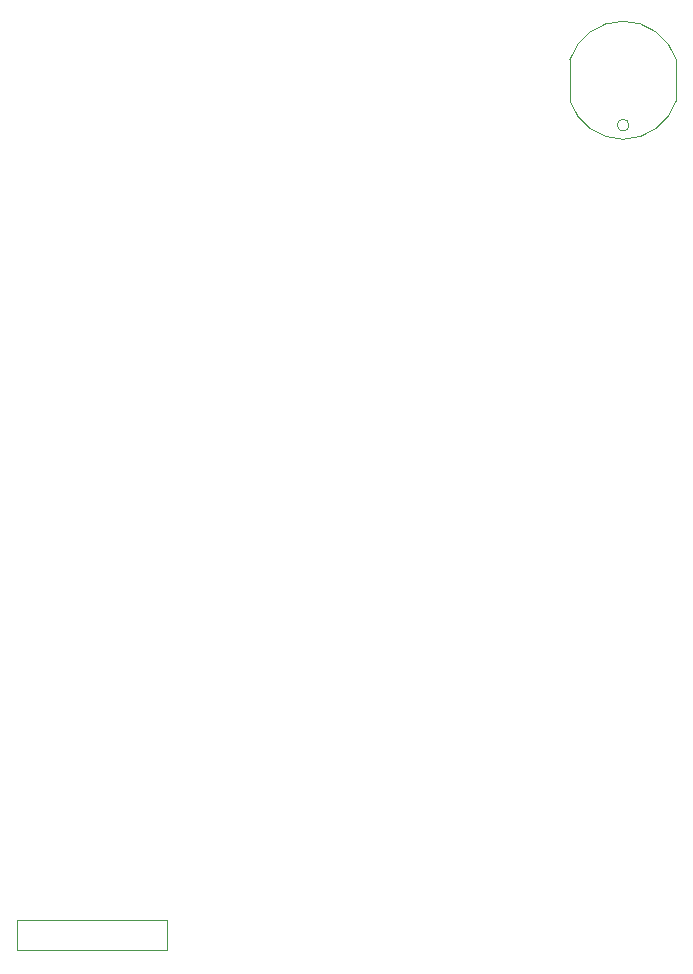
<source format=gbr>
%TF.GenerationSoftware,Altium Limited,Altium Designer,21.6.4 (81)*%
G04 Layer_Color=32896*
%FSLAX43Y43*%
%MOMM*%
%TF.SameCoordinates,5D8205C6-A8A5-4108-8313-488A8EE5113E*%
%TF.FilePolarity,Positive*%
%TF.FileFunction,Other,Top_Component_Outline*%
%TF.Part,Single*%
G01*
G75*
%TA.AperFunction,NonConductor*%
%ADD117C,0.100*%
D117*
X195445Y115580D02*
G03*
X195445Y115580I-500J0D01*
G01*
X190445Y117630D02*
G03*
X199445Y117630I4500J1490D01*
G01*
Y121130D02*
G03*
X190445Y121130I-4500J-1490D01*
G01*
Y117630D02*
Y121130D01*
X199445Y117630D02*
Y121130D01*
X143637Y48260D02*
X156337D01*
X143637Y45720D02*
X156337D01*
X143637D02*
Y48260D01*
X156337Y45720D02*
Y48260D01*
%TF.MD5,ab9793270769ebf937dd6b349af7f478*%
M02*

</source>
